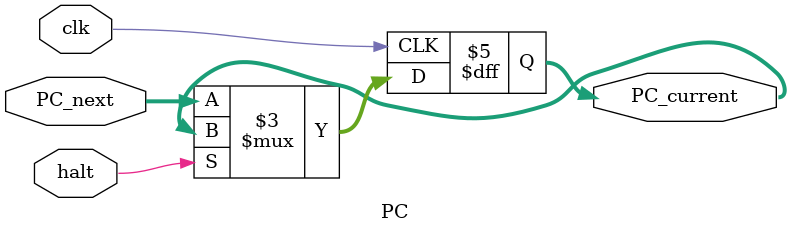
<source format=v>
module PC (PC_next, halt, clk, PC_current);
	input wire [31:0] PC_next;
	input wire halt;
	input wire clk;
	
	output reg [31:0] PC_current;
	
	always @(negedge clk)
		begin
			if(!halt) 
				PC_current <= PC_next;
		end
endmodule 
</source>
